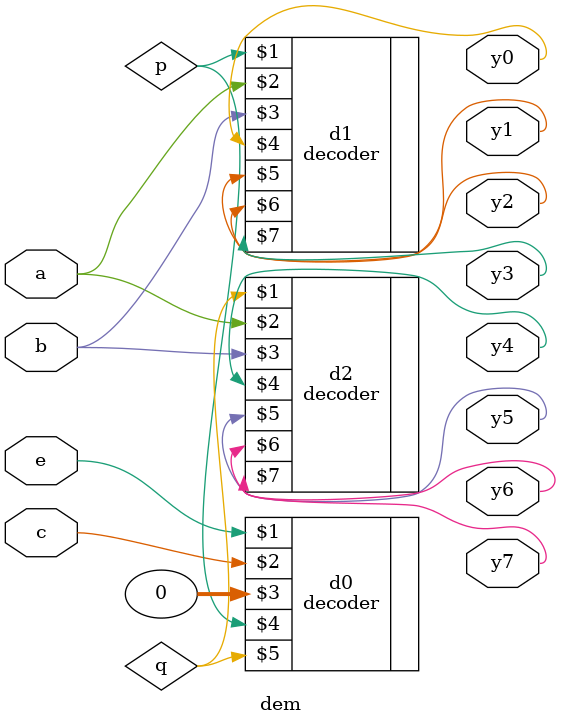
<source format=v>
`timescale 1ns / 1ps


module dem(
    
    input a,
    input b,
    input c,
    output y0,
    output y1,
    output y2,
    output y3,
    output y4,
    output y5,
    output y6,
    output y7,
    input e
    );
    wire p,q;
    decoder d0(e,c,0,p,q);
    decoder d1(p,a,b,y0,y1,y2,y3);
    decoder d2(q,a,b,y4,y5,y6,y7);
endmodule

</source>
